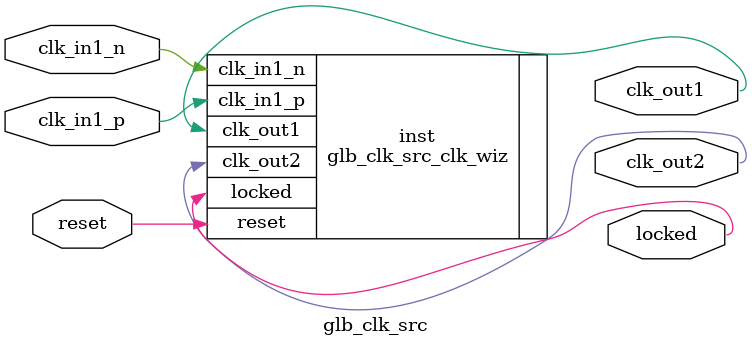
<source format=v>


`timescale 1ps/1ps

(* CORE_GENERATION_INFO = "glb_clk_src,clk_wiz_v6_0_2_0_0,{component_name=glb_clk_src,use_phase_alignment=true,use_min_o_jitter=true,use_max_i_jitter=false,use_dyn_phase_shift=false,use_inclk_switchover=false,use_dyn_reconfig=false,enable_axi=0,feedback_source=FDBK_AUTO,PRIMITIVE=PLL,num_out_clk=2,clkin1_period=5.000,clkin2_period=10.0,use_power_down=false,use_reset=true,use_locked=true,use_inclk_stopped=false,feedback_type=SINGLE,CLOCK_MGR_TYPE=NA,manual_override=false}" *)

module glb_clk_src 
 (
  // Clock out ports
  output        clk_out1,
  output        clk_out2,
  // Status and control signals
  input         reset,
  output        locked,
 // Clock in ports
  input         clk_in1_p,
  input         clk_in1_n
 );

  glb_clk_src_clk_wiz inst
  (
  // Clock out ports  
  .clk_out1(clk_out1),
  .clk_out2(clk_out2),
  // Status and control signals               
  .reset(reset), 
  .locked(locked),
 // Clock in ports
  .clk_in1_p(clk_in1_p),
  .clk_in1_n(clk_in1_n)
  );

endmodule

</source>
